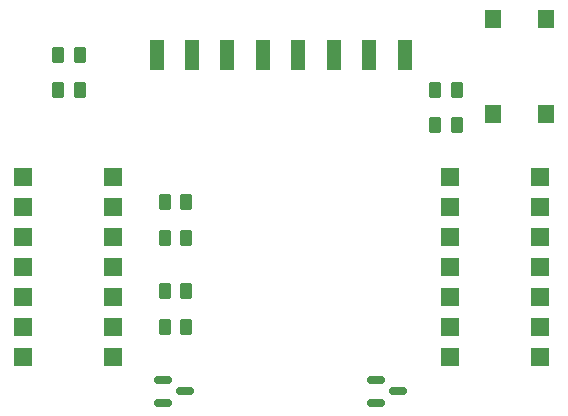
<source format=gbr>
%TF.GenerationSoftware,KiCad,Pcbnew,8.0.4*%
%TF.CreationDate,2024-08-11T17:04:56+02:00*%
%TF.ProjectId,SDCreset,53444372-6573-4657-942e-6b696361645f,rev?*%
%TF.SameCoordinates,Original*%
%TF.FileFunction,Paste,Top*%
%TF.FilePolarity,Positive*%
%FSLAX46Y46*%
G04 Gerber Fmt 4.6, Leading zero omitted, Abs format (unit mm)*
G04 Created by KiCad (PCBNEW 8.0.4) date 2024-08-11 17:04:56*
%MOMM*%
%LPD*%
G01*
G04 APERTURE LIST*
G04 Aperture macros list*
%AMRoundRect*
0 Rectangle with rounded corners*
0 $1 Rounding radius*
0 $2 $3 $4 $5 $6 $7 $8 $9 X,Y pos of 4 corners*
0 Add a 4 corners polygon primitive as box body*
4,1,4,$2,$3,$4,$5,$6,$7,$8,$9,$2,$3,0*
0 Add four circle primitives for the rounded corners*
1,1,$1+$1,$2,$3*
1,1,$1+$1,$4,$5*
1,1,$1+$1,$6,$7*
1,1,$1+$1,$8,$9*
0 Add four rect primitives between the rounded corners*
20,1,$1+$1,$2,$3,$4,$5,0*
20,1,$1+$1,$4,$5,$6,$7,0*
20,1,$1+$1,$6,$7,$8,$9,0*
20,1,$1+$1,$8,$9,$2,$3,0*%
G04 Aperture macros list end*
%ADD10RoundRect,0.150000X-0.587500X-0.150000X0.587500X-0.150000X0.587500X0.150000X-0.587500X0.150000X0*%
%ADD11R,1.600000X1.600000*%
%ADD12RoundRect,0.250000X-0.262500X-0.450000X0.262500X-0.450000X0.262500X0.450000X-0.262500X0.450000X0*%
%ADD13RoundRect,0.250000X0.262500X0.450000X-0.262500X0.450000X-0.262500X-0.450000X0.262500X-0.450000X0*%
%ADD14R,1.400000X1.600000*%
%ADD15R,1.270000X2.540000*%
G04 APERTURE END LIST*
D10*
%TO.C,Q1*%
X183062500Y-83550000D03*
X183062500Y-85450000D03*
X184937500Y-84500000D03*
%TD*%
D11*
%TO.C,U1*%
X160810000Y-81620000D03*
X160810000Y-79080000D03*
X160810000Y-76540000D03*
X160810000Y-74000000D03*
X160810000Y-71460000D03*
X160810000Y-68920000D03*
X160810000Y-66380000D03*
X153190000Y-66380000D03*
X153190000Y-68920000D03*
X153190000Y-71460000D03*
X153190000Y-74000000D03*
X153190000Y-76540000D03*
X153190000Y-79080000D03*
X153190000Y-81620000D03*
%TD*%
D12*
%TO.C,R1*%
X156175000Y-59000000D03*
X158000000Y-59000000D03*
%TD*%
D13*
%TO.C,R5*%
X167000000Y-76000000D03*
X165175000Y-76000000D03*
%TD*%
D14*
%TO.C,SW1*%
X193000000Y-61000000D03*
X193000000Y-53000000D03*
X197500000Y-61000000D03*
X197500000Y-53000000D03*
%TD*%
D12*
%TO.C,R3*%
X188087500Y-59000000D03*
X189912500Y-59000000D03*
%TD*%
%TO.C,R6*%
X165175000Y-79050000D03*
X167000000Y-79050000D03*
%TD*%
D10*
%TO.C,Q2*%
X165062500Y-83550000D03*
X165062500Y-85450000D03*
X166937500Y-84500000D03*
%TD*%
D11*
%TO.C,U2*%
X189380000Y-66380000D03*
X189380000Y-68920000D03*
X189380000Y-71460000D03*
X189380000Y-74000000D03*
X189380000Y-76540000D03*
X189380000Y-79080000D03*
X189380000Y-81620000D03*
X197000000Y-81620000D03*
X197000000Y-79080000D03*
X197000000Y-76540000D03*
X197000000Y-74000000D03*
X197000000Y-71460000D03*
X197000000Y-68920000D03*
X197000000Y-66380000D03*
%TD*%
D13*
%TO.C,R7*%
X167000000Y-68500000D03*
X165175000Y-68500000D03*
%TD*%
%TO.C,R2*%
X158000000Y-56000000D03*
X156175000Y-56000000D03*
%TD*%
%TO.C,R4*%
X189912500Y-61950000D03*
X188087500Y-61950000D03*
%TD*%
D12*
%TO.C,R8*%
X165175000Y-71500000D03*
X167000000Y-71500000D03*
%TD*%
D15*
%TO.C,J1*%
X164500000Y-56000000D03*
X167500000Y-56000000D03*
X170500000Y-56000000D03*
X173500000Y-56000000D03*
X176500000Y-56000000D03*
X179500000Y-56000000D03*
X182500000Y-56000000D03*
X185500000Y-56000000D03*
%TD*%
M02*

</source>
